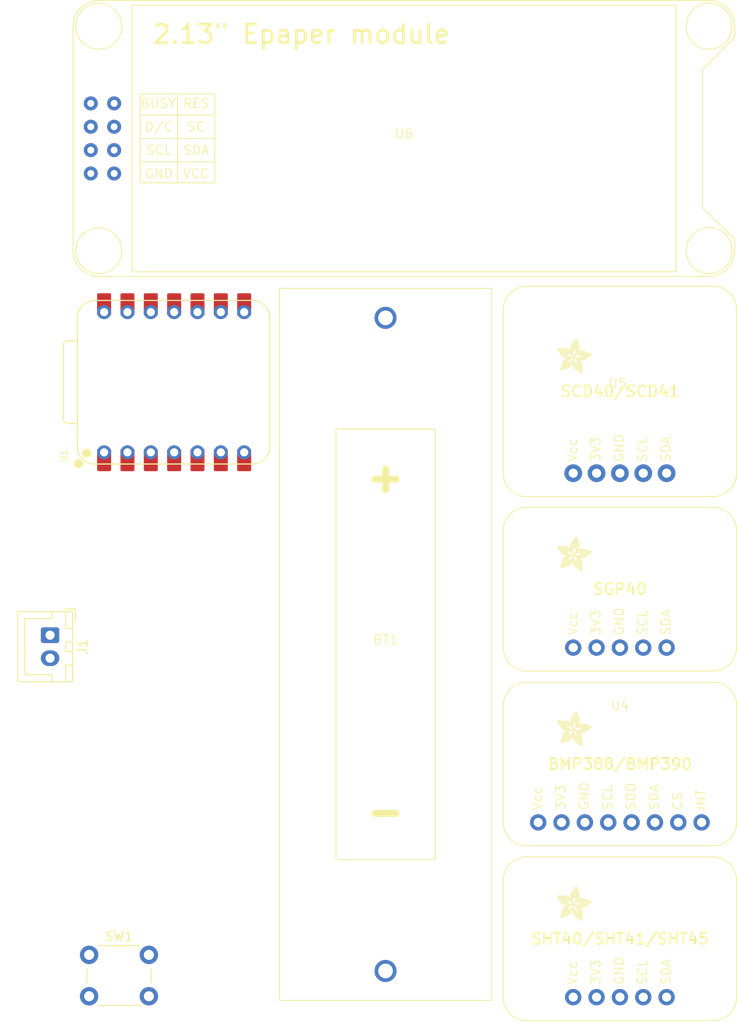
<source format=kicad_pcb>
(kicad_pcb (version 20240108) (generator "pcbnew") (generator_version "8.0")
  (layers (0 "F.Cu" signal) (31 "B.Cu" signal) (34 "B.Paste" user) (35 "F.Paste" user) (36 "B.SilkS" user "B.Silkscreen") (37 "F.SilkS" user "F.Silkscreen") (38 "B.Mask" user) (39 "F.Mask" user) (44 "Edge.Cuts" user))
  (net 0 "")
  (net 1 "GND")
  (net 2 "Net-(BT1-+)")
  (net 3 "Net-(BT1--)")
  (net 4 "Button")
  (net 5 "SCL")
  (net 6 "SDA")
  (net 8 "+3V3")
  (footprint "adafruit_scd4x:adafruit_scd4x" (layer "F.Cu") (at 220 60)
    (property "Reference" "U5" (at -0.254 -0.881 0) (layer "F.SilkS") (effects (font (thickness 0.1))))
    (property "Value" "Adafruit SCD4x")
    (fp_text user "Vcc" (at -4.572 7.747 90) (layer "F.SilkS") (effects (font (thickness 0.1)) (justify left bottom)))
    (fp_text user "3V3" (at -2.032 7.747 90) (layer "F.SilkS") (effects (font (thickness 0.1)) (justify left bottom)))
    (fp_text user "SCL" (at 3.048 7.747 90) (layer "F.SilkS") (effects (font (thickness 0.1)) (justify left bottom)))
    (fp_text user "SDA" (at 5.588 7.747 90) (layer "F.SilkS") (effects (font (thickness 0.1)) (justify left bottom)))
    (fp_text user "SCD40/SCD41" (at 0 0 0) (layer "F.SilkS") (effects (font (size 1.2 1.2) (thickness 0.2))))
    (fp_text user "GND" (at 0.508 7.747 90) (layer "F.SilkS") (effects (font (thickness 0.1)) (justify left bottom)))
    (pad "" np_thru_hole circle (at -10.16 -8.89) (size 2.54 2.54) (drill 2.54) (layers "F&B.Cu" "*.Mask"))
    (pad "" np_thru_hole circle (at -10.16 8.89) (size 2.54 2.54) (drill 2.54) (layers "F&B.Cu" "*.Mask"))
    (pad "" np_thru_hole circle (at 10.16 -8.89 90) (size 2.54 2.54) (drill 2.54) (layers "F&B.Cu" "*.Mask"))
    (pad "" np_thru_hole circle (at 10.16 8.89) (size 2.54 2.54) (drill 2.54) (layers "F&B.Cu" "*.Mask"))
    (pad "1" thru_hole circle (at -5.08 8.89 90) (size 1.9304 1.9304) (drill 1) (layers "*.Cu" "*.Mask"))
    (pad "2" thru_hole circle (at -2.54 8.89 90) (size 1.9304 1.9304) (drill 1) (layers "*.Cu" "*.Mask") (net 8 "+3V3"))
    (pad "3" thru_hole circle (at 0 8.89 90) (size 1.9304 1.9304) (drill 1) (layers "*.Cu" "*.Mask") (net 1 "GND"))
    (pad "4" thru_hole circle (at 2.54 8.89 90) (size 1.9304 1.9304) (drill 1) (layers "*.Cu" "*.Mask") (net 5 "SCL"))
    (pad "5" thru_hole circle (at 5.08 8.89 90) (size 1.9304 1.9304) (drill 1) (layers "*.Cu" "*.Mask") (net 6 "SDA"))
  )
  (footprint "adafruit_sht4x:adafruit_sht4x" (layer "F.Cu") (at 220 119.5)
    (property "Reference" "U3" (hide yes))
    (property "Value" "Adafruit SHT4X" (hide yes))
    (fp_text user "Vcc" (at -4.572 5.08 90) (layer "F.SilkS") (effects (font (thickness 0.1)) (justify left bottom)))
    (fp_text user "GND" (at 0.508 5.08 90) (layer "F.SilkS") (effects (font (thickness 0.1)) (justify left bottom)))
    (fp_text user "SHT40/SHT41/SHT45" (at 0 0 0) (layer "F.SilkS") (effects (font (size 1.2 1.2) (thickness 0.2))))
    (fp_text user "SCL" (at 3.048 5.08 90) (layer "F.SilkS") (effects (font (thickness 0.1)) (justify left bottom)))
    (fp_text user "SDA" (at 5.588 5.08 90) (layer "F.SilkS") (effects (font (thickness 0.1)) (justify left bottom)))
    (fp_text user "3V3" (at -2.032 5.08 90) (layer "F.SilkS") (effects (font (thickness 0.1)) (justify left bottom)))
    (pad "" np_thru_hole circle (at -10.159999 -6.349999) (size 2.54 2.54) (drill 2.54) (layers "F&B.Cu" "*.Mask"))
    (pad "" np_thru_hole circle (at -10.159999 6.349999) (size 2.54 2.54) (drill 2.54) (layers "F&B.Cu" "*.Mask"))
    (pad "" np_thru_hole circle (at 10.16 -6.35) (size 2.54 2.54) (drill 2.54) (layers "F&B.Cu" "*.Mask"))
    (pad "" np_thru_hole circle (at 10.16 6.46) (size 2.54 2.54) (drill 2.54) (layers "F&B.Cu" "*.Mask"))
    (pad "1" thru_hole circle (at -5.08 6.35 90) (size 1.778 1.778) (drill 1) (layers "*.Cu" "*.Mask"))
    (pad "2" thru_hole circle (at -2.54 6.35 90) (size 1.778 1.778) (drill 1) (layers "*.Cu" "*.Mask") (net 8 "+3V3"))
    (pad "3" thru_hole circle (at 0 6.35 90) (size 1.778 1.778) (drill 1) (layers "*.Cu" "*.Mask") (net 1 "GND"))
    (pad "4" thru_hole circle (at 2.54 6.35 90) (size 1.778 1.778) (drill 1) (layers "*.Cu" "*.Mask") (net 5 "SCL"))
    (pad "5" thru_hole circle (at 5.08 6.35 90) (size 1.778 1.778) (drill 1) (layers "*.Cu" "*.Mask") (net 6 "SDA"))
  )
  (footprint "18650_socket:18650_socket" (layer "F.Cu") (at 194.5 87.5)
    (property "Reference" "BT1" (at 0 -0.5 0) (layer "F.SilkS") (effects (font (thickness 0.1))))
    (property "Value" "Battery_Cell")
    (fp_text user "-" (at 0 18.161 0) (layer "F.SilkS") (effects (font (size 3 3) (thickness 0.75) (bold yes))))
    (fp_text user "+" (at 0 -18.161 0) (layer "F.SilkS") (effects (font (size 3 3) (thickness 0.75) (bold yes))))
    (pad "" np_thru_hole circle (at 0 -27) (size 3.2 3.2) (drill 3.2) (layers "F&B.Cu" "*.Mask"))
    (pad "" np_thru_hole circle (at 0 27) (size 3.2 3.2) (drill 3.2) (layers "F&B.Cu" "*.Mask"))
    (pad "" np_thru_hole circle (at 9.55 -34.4) (size 2 2) (drill 2) (layers "F&B.Cu" "*.Mask"))
    (pad "1" thru_hole circle (at 0 35.5) (size 2.4 2.4) (drill 1.6) (layers "*.Cu" "*.Mask") (net 2 "Net-(BT1-+)"))
    (pad "2" thru_hole circle (at 0 -35.5) (size 2.4 2.4) (drill 1.6) (layers "*.Cu" "*.Mask") (net 3 "Net-(BT1--)"))
  )
  (footprint "adafruit_bmp390:adafruit_bmp390" (layer "F.Cu") (at 220 100.5)
    (property "Reference" "U4" (at 0 -6.35 0) (layer "F.SilkS") (effects (font (thickness 0.1))))
    (property "Value" "Adafruit BMP390")
    (fp_text user "Vcc" (at -8.382 5.08 90) (layer "F.SilkS") (effects (font (thickness 0.1)) (justify left bottom)))
    (fp_text user "SDO" (at 1.778 5.08 90) (layer "F.SilkS") (effects (font (thickness 0.1)) (justify left bottom)))
    (fp_text user "INT" (at 9.398 5.08 90) (layer "F.SilkS") (effects (font (thickness 0.1)) (justify left bottom)))
    (fp_text user "SDA" (at 4.318 5.08 90) (layer "F.SilkS") (effects (font (thickness 0.1)) (justify left bottom)))
    (fp_text user "SCL" (at -0.762 5.08 90) (layer "F.SilkS") (effects (font (thickness 0.1)) (justify left bottom)))
    (fp_text user "GND" (at -3.302 5.08 90) (layer "F.SilkS") (effects (font (thickness 0.1)) (justify left bottom)))
    (fp_text user "BMP388/BMP390" (at 0 0 0) (layer "F.SilkS") (effects (font (size 1.2 1.2) (thickness 0.2))))
    (fp_text user "CS" (at 6.858 5.08 90) (layer "F.SilkS") (effects (font (thickness 0.1)) (justify left bottom)))
    (fp_text user "3V3" (at -5.842 5.08 90) (layer "F.SilkS") (effects (font (thickness 0.1)) (justify left bottom)))
    (pad "" np_thru_hole circle (at -10.159999 -6.349999) (size 2.54 2.54) (drill 2.54) (layers "F&B.Cu" "*.Mask"))
    (pad "" np_thru_hole circle (at 10.16 -6.35) (size 2.54 2.54) (drill 2.54) (layers "F&B.Cu" "*.Mask"))
    (pad "1" thru_hole circle (at -8.89 6.35 90) (size 1.778 1.778) (drill 1) (layers "*.Cu" "*.Mask"))
    (pad "2" thru_hole circle (at -6.35 6.35 90) (size 1.778 1.778) (drill 1) (layers "*.Cu" "*.Mask") (net 8 "+3V3"))
    (pad "3" thru_hole circle (at -3.81 6.35 90) (size 1.778 1.778) (drill 1) (layers "*.Cu" "*.Mask") (net 1 "GND"))
    (pad "4" thru_hole circle (at -1.27 6.35 90) (size 1.778 1.778) (drill 1) (layers "*.Cu" "*.Mask") (net 5 "SCL"))
    (pad "5" thru_hole circle (at 1.27 6.35 90) (size 1.778 1.778) (drill 1) (layers "*.Cu" "*.Mask"))
    (pad "6" thru_hole circle (at 3.81 6.35 90) (size 1.778 1.778) (drill 1) (layers "*.Cu" "*.Mask") (net 6 "SDA"))
    (pad "7" thru_hole circle (at 6.35 6.35 90) (size 1.778 1.778) (drill 1) (layers "*.Cu" "*.Mask"))
    (pad "8" thru_hole circle (at 8.89 6.35 90) (size 1.778 1.778) (drill 1) (layers "*.Cu" "*.Mask"))
  )
  (footprint "Seeed_XIAO_nRF52840:XIAO-nRF52840-DIP" (layer "F.Cu") (at 171.5 59 90)
    (property "Reference" "U1" (at -8 -12 90) (layer "F.SilkS") (effects (font (size 0.635 0.635) (thickness 0.1016))))
    (property "Value" "XIAO-nRF52840-DIP")
    (pad "1" smd roundrect (at -8.455 -7.62 270) (size 2.432 1.524) (layers "F.Cu" "F.Mask") (roundrect_rratio 0.1))
    (pad "1" thru_hole circle (at -7.62 -7.62 270) (size 1.524 1.524) (drill 0.889) (layers "*.Cu" "*.Mask"))
    (pad "2" smd roundrect (at -8.455 -5.08 270) (size 2.432 1.524) (layers "F.Cu" "F.Mask") (roundrect_rratio 0.1))
    (pad "2" thru_hole circle (at -7.62 -5.08 270) (size 1.524 1.524) (drill 0.889) (layers "*.Cu" "*.Mask"))
    (pad "3" smd roundrect (at -8.455 -2.54 270) (size 2.432 1.524) (layers "F.Cu" "F.Mask") (roundrect_rratio 0.1))
    (pad "3" thru_hole circle (at -7.62 -2.54 270) (size 1.524 1.524) (drill 0.889) (layers "*.Cu" "*.Mask"))
    (pad "4" smd roundrect (at -8.455 0 270) (size 2.432 1.524) (layers "F.Cu" "F.Mask") (roundrect_rratio 0.1))
    (pad "4" thru_hole circle (at -7.62 0 270) (size 1.524 1.524) (drill 0.889) (layers "*.Cu" "*.Mask"))
    (pad "5" smd roundrect (at -8.455 2.54 270) (size 2.432 1.524) (layers "F.Cu" "F.Mask") (roundrect_rratio 0.1))
    (pad "5" thru_hole circle (at -7.62 2.54 270) (size 1.524 1.524) (drill 0.889) (layers "*.Cu" "*.Mask"))
    (pad "6" smd roundrect (at -8.455 5.08 270) (size 2.432 1.524) (layers "F.Cu" "F.Mask") (roundrect_rratio 0.1))
    (pad "6" thru_hole circle (at -7.62 5.08 270) (size 1.524 1.524) (drill 0.889) (layers "*.Cu" "*.Mask"))
    (pad "7" smd roundrect (at -8.455 7.62 270) (size 2.432 1.524) (layers "F.Cu" "F.Mask") (roundrect_rratio 0.1))
    (pad "7" thru_hole circle (at -7.62 7.62 270) (size 1.524 1.524) (drill 0.889) (layers "*.Cu" "*.Mask"))
    (pad "8" thru_hole circle (at 7.62 7.62 90) (size 1.524 1.524) (drill 0.889) (layers "*.Cu" "*.Mask"))
    (pad "8" smd roundrect (at 8.455 7.62 90) (size 2.432 1.524) (layers "F.Cu" "F.Mask") (roundrect_rratio 0.1))
    (pad "9" thru_hole circle (at 7.62 5.08 90) (size 1.524 1.524) (drill 0.889) (layers "*.Cu" "*.Mask"))
    (pad "9" smd roundrect (at 8.455 5.08 90) (size 2.432 1.524) (layers "F.Cu" "F.Mask") (roundrect_rratio 0.1))
    (pad "10" thru_hole circle (at 7.62 2.54 90) (size 1.524 1.524) (drill 0.889) (layers "*.Cu" "*.Mask"))
    (pad "10" smd roundrect (at 8.455 2.54 90) (size 2.432 1.524) (layers "F.Cu" "F.Mask") (roundrect_rratio 0.1))
    (pad "11" thru_hole circle (at 7.62 0 90) (size 1.524 1.524) (drill 0.889) (layers "*.Cu" "*.Mask"))
    (pad "11" smd roundrect (at 8.455 0 90) (size 2.432 1.524) (layers "F.Cu" "F.Mask") (roundrect_rratio 0.1))
    (pad "12" thru_hole circle (at 7.62 -2.54 90) (size 1.524 1.524) (drill 0.889) (layers "*.Cu" "*.Mask") (net 8 "+3V3"))
    (pad "12" smd roundrect (at 8.455 -2.54 90) (size 2.432 1.524) (layers "F.Cu" "F.Mask") (roundrect_rratio 0.1) (net 8 "+3V3"))
    (pad "13" thru_hole circle (at 7.62 -5.08 90) (size 1.524 1.524) (drill 0.889) (layers "*.Cu" "*.Mask") (net 1 "GND"))
    (pad "13" smd roundrect (at 8.455 -5.08 90) (size 2.432 1.524) (layers "F.Cu" "F.Mask") (roundrect_rratio 0.1) (net 1 "GND"))
    (pad "14" thru_hole circle (at 7.62 -7.62 90) (size 1.524 1.524) (drill 0.889) (layers "*.Cu" "*.Mask"))
    (pad "14" smd roundrect (at 8.455 -7.62 90) (size 2.432 1.524) (layers "F.Cu" "F.Mask") (roundrect_rratio 0.1))
  )
  (footprint "Connector_JST:JST_XH_B2B-XH-A_1x02_P2.50mm_Vertical" (layer "F.Cu") (at 158 86.5 -90)
    (property "Reference" "J1" (at 1.25 -3.55 90) (layer "F.SilkS"))
    (property "Value" "Conn_01x02")
    (pad "1" thru_hole roundrect (at 0 0 270) (size 1.7 2) (drill 1) (layers "*.Cu" "*.Mask") (roundrect_rratio 0.147059) (net 3 "Net-(BT1--)"))
    (pad "2" thru_hole oval (at 2.5 0 270) (size 1.7 2) (drill 1) (layers "*.Cu" "*.Mask") (net 2 "Net-(BT1-+)"))
  )
  (footprint "Button_Switch_THT:SW_PUSH_6mm" (layer "F.Cu") (at 162.25 121.25)
    (property "Reference" "SW1" (at 3.25 -2 360) (layer "F.SilkS"))
    (property "Value" "SW_Push_Dual")
    (pad "1" thru_hole circle (at 0 0 90) (size 2 2) (drill 1.1) (layers "*.Cu" "*.Mask") (net 4 "Button"))
    (pad "1" thru_hole circle (at 6.5 0 90) (size 2 2) (drill 1.1) (layers "*.Cu" "*.Mask") (net 4 "Button"))
    (pad "2" thru_hole circle (at 0 4.5 90) (size 2 2) (drill 1.1) (layers "*.Cu" "*.Mask") (net 1 "GND"))
    (pad "2" thru_hole circle (at 6.5 4.5 90) (size 2 2) (drill 1.1) (layers "*.Cu" "*.Mask") (net 1 "GND"))
  )
  (footprint "adafruit_sgp40:adafruit_sgp40" (layer "F.Cu") (at 220 81.5)
    (property "Reference" "U2" (hide yes))
    (property "Value" "Adafruit SGP40")
    (fp_text user "SDA" (at 5.588 5.08 90) (layer "F.SilkS") (effects (font (thickness 0.1)) (justify left bottom)))
    (fp_text user "3V3" (at -2.032 5.08 90) (layer "F.SilkS") (effects (font (thickness 0.1)) (justify left bottom)))
    (fp_text user "SCL" (at 3.048 5.08 90) (layer "F.SilkS") (effects (font (thickness 0.1)) (justify left bottom)))
    (fp_text user "GND" (at 0.508 5.08 90) (layer "F.SilkS") (effects (font (thickness 0.1)) (justify left bottom)))
    (fp_text user "Vcc" (at -4.572 5.08 90) (layer "F.SilkS") (effects (font (thickness 0.1)) (justify left bottom)))
    (fp_text user "SGP40" (at 0 0 0) (layer "F.SilkS") (effects (font (size 1.2 1.2) (thickness 0.2))))
    (pad "" np_thru_hole circle (at -10.159999 -6.349999) (size 2.54 2.54) (drill 2.54) (layers "F&B.Cu" "*.Mask"))
    (pad "" np_thru_hole circle (at -10.159999 6.349999) (size 2.54 2.54) (drill 2.54) (layers "F&B.Cu" "*.Mask"))
    (pad "" np_thru_hole circle (at 10.16 -6.35) (size 2.54 2.54) (drill 2.54) (layers "F&B.Cu" "*.Mask"))
    (pad "" np_thru_hole circle (at 10.16 6.46) (size 2.54 2.54) (drill 2.54) (layers "F&B.Cu" "*.Mask"))
    (pad "1" thru_hole circle (at -5.08 6.35 90) (size 1.778 1.778) (drill 1) (layers "*.Cu" "*.Mask"))
    (pad "2" thru_hole circle (at -2.54 6.35 90) (size 1.778 1.778) (drill 1) (layers "*.Cu" "*.Mask") (net 8 "+3V3"))
    (pad "3" thru_hole circle (at 0 6.35 90) (size 1.778 1.778) (drill 1) (layers "*.Cu" "*.Mask") (net 1 "GND"))
    (pad "4" thru_hole circle (at 2.54 6.35 90) (size 1.778 1.778) (drill 1) (layers "*.Cu" "*.Mask") (net 5 "SCL"))
    (pad "5" thru_hole circle (at 5.08 6.35 90) (size 1.778 1.778) (drill 1) (layers "*.Cu" "*.Mask") (net 6 "SDA"))
  )
  (footprint "weact_epaper:weact_epaper_2.13" (layer "F.Cu") (at 196.5 32.5)
    (property "Reference" "U6" (at 0 -0.5 0) (layer "F.SilkS") (effects (font (thickness 0.1))))
    (property "Value" "WeAct Epaper 2.13\"")
    (fp_text user "RES" (at -22.606 -3.81 0) (layer "F.SilkS") (effects (font (thickness 0.1))))
    (fp_text user "VCC" (at -22.606 3.81 0) (layer "F.SilkS") (effects (font (thickness 0.1))))
    (fp_text user "SC" (at -22.606 -1.27 0) (layer "F.SilkS") (effects (font (thickness 0.1))))
    (fp_text user "SDA" (at -22.606 1.27 0) (layer "F.SilkS") (effects (font (thickness 0.1))))
    (fp_text user "D/C" (at -26.67 -1.27 0) (layer "F.SilkS") (effects (font (thickness 0.1))))
    (fp_text user "GND" (at -26.67 3.81 0) (layer "F.SilkS") (effects (font (thickness 0.1))))
    (fp_text user "BUSY" (at -28.702 -3.81 0) (layer "F.SilkS") (effects (font (thickness 0.1)) (justify left)))
    (fp_text user "SCL" (at -26.67 1.27 0) (layer "F.SilkS") (effects (font (thickness 0.1))))
    (fp_text user "2.13\" Epaper module" (at -27.5 -10.16 0) (layer "F.SilkS") (effects (font (size 2 2) (thickness 0.3)) (justify left bottom)))
    (pad "" np_thru_hole circle (at -33.2 -12.2) (size 3.2 3.2) (drill 3.2) (layers "F&B.Cu" "*.Mask"))
    (pad "" np_thru_hole circle (at -33.2 12.2) (size 3.2 3.2) (drill 3.2) (layers "F&B.Cu" "*.Mask"))
    (pad "" np_thru_hole circle (at 33.2 -12.2) (size 3.2 3.2) (drill 3.2) (layers "F&B.Cu" "*.Mask"))
    (pad "" np_thru_hole circle (at 33.2 12.2) (size 3.2 3.2) (drill 3.2) (layers "F&B.Cu" "*.Mask"))
    (pad "1" thru_hole circle (at -34.07 -3.81) (size 1.524 1.524) (drill 0.762) (layers "*.Cu" "*.Mask"))
    (pad "2" thru_hole circle (at -31.53 -3.81) (size 1.524 1.524) (drill 0.762) (layers "*.Cu" "*.Mask"))
    (pad "3" thru_hole circle (at -34.07 -1.27) (size 1.524 1.524) (drill 0.762) (layers "*.Cu" "*.Mask"))
    (pad "4" thru_hole circle (at -31.53 -1.27) (size 1.524 1.524) (drill 0.762) (layers "*.Cu" "*.Mask"))
    (pad "5" thru_hole circle (at -34.07 1.27) (size 1.524 1.524) (drill 0.762) (layers "*.Cu" "*.Mask"))
    (pad "6" thru_hole circle (at -31.53 1.27) (size 1.524 1.524) (drill 0.762) (layers "*.Cu" "*.Mask"))
    (pad "7" thru_hole circle (at -34.07 3.81) (size 1.524 1.524) (drill 0.762) (layers "*.Cu" "*.Mask"))
    (pad "8" thru_hole circle (at -31.53 3.81) (size 1.524 1.524) (drill 0.762) (layers "*.Cu" "*.Mask"))
  )
)
</source>
